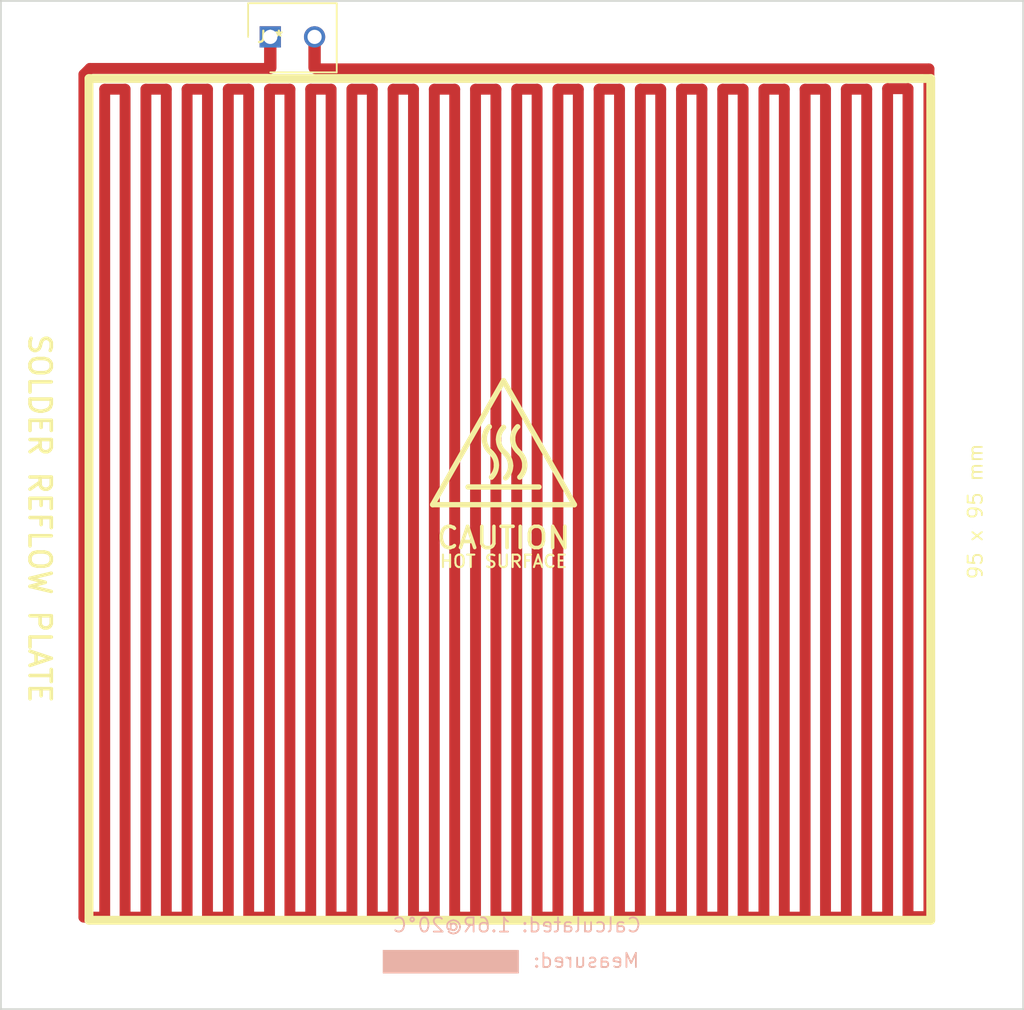
<source format=kicad_pcb>
(kicad_pcb (version 20221018) (generator pcbnew)
  (layers (0 "F.Cu" signal) (31 "B.Cu" signal) (34 "B.Paste" user) (35 "F.Paste" user) (36 "B.SilkS" user "B.Silkscreen") (37 "F.SilkS" user "F.Silkscreen") (38 "B.Mask" user) (39 "F.Mask" user) (44 "Edge.Cuts" user))
  (net 0 "")
  (net 1 "heater")
  (footprint "AutoGenerated:MountingHole_3.20mm" (layer "F.Cu") (at 178.0992 89.9332)
    (fp_text reference "" (at 0 0) (layer "F.SilkS") (effects (font (size 1.27 1.27))))
    (fp_text value "" (at 0 0) (layer "F.SilkS") (effects (font (size 1.27 1.27))))
    (pad "" np_thru_hole circle (at 25.5 52) (size 3.2 3.2) (drill 3.2) (layers "F&B.Cu" "*.Mask"))
  )
  (footprint "AutoGenerated:MountingHole_3.20mm" (layer "F.Cu") (at 98.0992 37.6812)
    (fp_text reference "" (at 0 0) (layer "F.SilkS") (effects (font (size 1.27 1.27))))
    (fp_text value "" (at 0 0) (layer "F.SilkS") (effects (font (size 1.27 1.27))))
    (pad "" np_thru_hole circle (at 0 0) (size 3.2 3.2) (drill 3.2) (layers "*.Cu" "*.Mask"))
  )
  (footprint "AutoGenerated:MountingHole_3.20mm" (layer "F.Cu") (at 178.0992 37.6812)
    (fp_text reference "" (at 0 0) (layer "F.SilkS") (effects (font (size 1.27 1.27))))
    (fp_text value "" (at 0 0) (layer "F.SilkS") (effects (font (size 1.27 1.27))))
    (pad "" np_thru_hole circle (at 25.5 0) (size 3.2 3.2) (drill 3.2) (layers "F&B.Cu" "*.Mask"))
  )
  (footprint "library_manager:SHDR2W100P0X500_1X2_1000X780X1030P" (layer "F.Cu") (at 124.225 37.5542)
    (fp_text reference "J**" (at 0 0) (layer "F.SilkS") (effects (font (size 1.27 1.27) (thickness 0.254))))
    (fp_text value "SHDR2W100P0X500_1X2_1000X780X1030P" hide)
    (fp_line (start -2.5 -3.8) (end -2.5 0) (stroke (width 0.2)) (layer "F.SilkS"))
    (fp_line (start 0 4) (end 7.5 4) (stroke (width 0.2)) (layer "F.SilkS"))
    (fp_line (start 7.5 -3.8) (end -2.5 -3.8) (stroke (width 0.2)) (layer "F.SilkS"))
    (fp_line (start 7.5 4) (end 7.5 -3.8) (stroke (width 0.2)) (layer "F.SilkS"))
    (pad "1" thru_hole rect (at 0 0) (size 2.4 2.4) (drill 1.6) (layers "*.Cu" "*.Mask") (net 1 "heater"))
    (pad "2" thru_hole circle (at 5 0) (size 2.4 2.4) (drill 1.6) (layers "*.Cu" "*.Mask") (net 1 "heater"))
  )
  (footprint "AutoGenerated:MountingHole_3.20mm" (layer "F.Cu") (at 98.0992 89.9332)
    (fp_text reference "" (at 0 0) (layer "F.SilkS") (effects (font (size 1.27 1.27))))
    (fp_text value "" (at 0 0) (layer "F.SilkS") (effects (font (size 1.27 1.27))))
    (pad "" np_thru_hole circle (at 0 52) (size 3.2 3.2) (drill 3.2) (layers "F&B.Cu" "*.Mask"))
  )
  (gr_rect (start 136.98 140.66) (end 152.22 143.2) (stroke (width 0.12)) (fill solid) (layer "B.SilkS"))
  (gr_line (start 198.7644 137.2518) (end 198.7644 42.2518) (stroke (width 1)) (layer "F.SilkS"))
  (gr_arc (start 148.95 84.281) (mid 148.531618 83.65435) (end 148.384891 82.915293) (stroke (width 0.6)) (layer "F.SilkS"))
  (gr_line (start 146.55 88.35) (end 154.55 88.35) (stroke (width 0.6)) (layer "F.SilkS"))
  (gr_line (start 142.55 90.35) (end 150.55 76.35) (stroke (width 0.6)) (layer "F.SilkS"))
  (gr_arc (start 150.55 84.35) (mid 150.131235 83.723274) (end 149.984184 82.984) (stroke (width 0.6)) (layer "F.SilkS"))
  (gr_arc (start 152.95 85.881) (mid 152.803011 86.619962) (end 152.384423 87.246423) (stroke (width 0.6)) (layer "F.SilkS"))
  (gr_arc (start 149.75 85.881) (mid 149.603011 86.619962) (end 149.184423 87.246423) (stroke (width 0.6)) (layer "F.SilkS"))
  (gr_arc (start 152.15 84.281) (mid 151.731618 83.65435) (end 151.584891 82.915293) (stroke (width 0.6)) (layer "F.SilkS"))
  (gr_line (start 152.15 84.281) (end 152.384 84.516) (stroke (width 0.6)) (layer "F.SilkS"))
  (gr_line (start 150.55 76.35) (end 158.55 90.35) (stroke (width 0.6)) (layer "F.SilkS"))
  (gr_arc (start 150.784 84.584) (mid 151.202841 85.210344) (end 151.350109 85.949293) (stroke (width 0.6)) (layer "F.SilkS"))
  (gr_arc (start 152.384 84.516) (mid 152.802458 85.142267) (end 152.949402 85.881) (stroke (width 0.6)) (layer "F.SilkS"))
  (gr_line (start 150.55 84.35) (end 150.784 84.584) (stroke (width 0.6)) (layer "F.SilkS"))
  (gr_arc (start 151.35 85.95) (mid 151.203011 86.688962) (end 150.784423 87.315423) (stroke (width 0.6)) (layer "F.SilkS"))
  (gr_line (start 198.7644 137.2518) (end 103.7644 137.2518) (stroke (width 1)) (layer "F.SilkS"))
  (gr_arc (start 148.384 82.916) (mid 148.531065 82.176656) (end 148.94987 81.54987) (stroke (width 0.6)) (layer "F.SilkS"))
  (gr_arc (start 149.184 84.516) (mid 149.602458 85.142267) (end 149.749402 85.881) (stroke (width 0.6)) (layer "F.SilkS"))
  (gr_line (start 103.7644 42.2518) (end 198.7644 42.2518) (stroke (width 1)) (layer "F.SilkS"))
  (gr_arc (start 151.584 82.916) (mid 151.731065 82.176656) (end 152.14987 81.54987) (stroke (width 0.6)) (layer "F.SilkS"))
  (gr_arc (start 149.984 82.984) (mid 150.131065 82.244656) (end 150.54987 81.61787) (stroke (width 0.6)) (layer "F.SilkS"))
  (gr_line (start 148.95 84.281) (end 149.184 84.516) (stroke (width 0.6)) (layer "F.SilkS"))
  (gr_line (start 103.7644 42.2518) (end 103.7644 137.2518) (stroke (width 1)) (layer "F.SilkS"))
  (gr_line (start 142.55 90.35) (end 158.55 90.35) (stroke (width 0.6)) (layer "F.SilkS"))
  (gr_rect (start 93.8212 33.4902) (end 209.2012 147.2872) (stroke (width 0.2)) (fill none) (layer "Edge.Cuts"))
  (gr_text "Calculated: 1.6R@20°C" (at 166.2 137.8) (layer "B.SilkS") (effects (font (size 1.6 1.6) (thickness 0.2)) (justify left mirror)))
  (gr_text "Measured:" (at 166 141.8) (layer "B.SilkS") (effects (font (size 1.6 1.6) (thickness 0.2)) (justify left mirror)))
  (gr_text "CAUTION" (at 150.55 94.1) (layer "F.SilkS") (effects (font (size 2.4 2.4) (thickness 0.4))))
  (gr_text "HOT SURFACE" (at 150.55 96.75) (layer "F.SilkS") (effects (font (size 1.4 1.4) (thickness 0.24))))
  (gr_text "95 x 95 mm" (at 203.8012 98.9 90) (layer "F.SilkS") (effects (font (size 1.6 1.6) (thickness 0.2)) (justify left)))
  (gr_text "SOLDER REFLOW PLATE" (at 98.2 70.85 -90) (layer "F.SilkS") (effects (font (size 2.4 2.4) (thickness 0.4)) (justify left)))
  (segment (start 117.139 136.9) (end 117.139 43.461) (width 1.23) (layer "F.Cu") (net 1))
  (segment (start 126.439 43.461) (end 124.139 43.461) (width 1.23) (layer "F.Cu") (net 1))
  (segment (start 145.039 136.9) (end 145.039 43.461) (width 1.23) (layer "F.Cu") (net 1))
  (segment (start 191.539 43.461) (end 189.239 43.461) (width 1.23) (layer "F.Cu") (net 1))
  (segment (start 196.2 43.4) (end 193.9 43.4) (width 1.23) (layer "F.Cu") (net 1))
  (segment (start 156.7 136.9) (end 154.339 136.9) (width 1.23) (layer "F.Cu") (net 1))
  (segment (start 105.55 136.9) (end 103.189 136.9) (width 1.23) (layer "F.Cu") (net 1))
  (segment (start 182.239 43.461) (end 179.939 43.461) (width 1.23) (layer "F.Cu") (net 1))
  (segment (start 114.839 136.9) (end 114.839 43.461) (width 1.23) (layer "F.Cu") (net 1))
  (segment (start 112.489 136.9) (end 112.489 43.461) (width 1.23) (layer "F.Cu") (net 1))
  (segment (start 128.8 136.9) (end 126.439 136.9) (width 1.23) (layer "F.Cu") (net 1))
  (segment (start 163.639 43.461) (end 161.339 43.461) (width 1.23) (layer "F.Cu") (net 1))
  (segment (start 152.039 136.9) (end 152.039 43.461) (width 1.23) (layer "F.Cu") (net 1))
  (segment (start 147.389 136.9) (end 147.389 43.461) (width 1.23) (layer "F.Cu") (net 1))
  (segment (start 165.989 136.9) (end 165.989 43.461) (width 1.23) (layer "F.Cu") (net 1))
  (segment (start 161.35 136.9) (end 158.989 136.9) (width 1.23) (layer "F.Cu") (net 1))
  (segment (start 163.639 136.9) (end 163.639 43.461) (width 1.23) (layer "F.Cu") (net 1))
  (segment (start 138.1 136.9) (end 135.739 136.9) (width 1.23) (layer "F.Cu") (net 1))
  (segment (start 175.3 136.9) (end 172.939 136.9) (width 1.23) (layer "F.Cu") (net 1))
  (segment (start 184.6 136.9) (end 182.239 136.9) (width 1.23) (layer "F.Cu") (net 1))
  (segment (start 107.839 136.9) (end 107.839 43.461) (width 1.23) (layer "F.Cu") (net 1))
  (segment (start 145.039 43.461) (end 142.739 43.461) (width 1.23) (layer "F.Cu") (net 1))
  (segment (start 168.289 43.461) (end 165.989 43.461) (width 1.23) (layer "F.Cu") (net 1))
  (segment (start 103.8796 41.1102) (end 124.1488 41.1102) (width 1.23) (layer "F.Cu") (net 1))
  (segment (start 172.939 136.9) (end 172.939 43.461) (width 1.23) (layer "F.Cu") (net 1))
  (segment (start 196.2 136.839) (end 196.2 43.4) (width 1.23) (layer "F.Cu") (net 1))
  (segment (start 135.739 43.461) (end 133.439 43.461) (width 1.23) (layer "F.Cu") (net 1))
  (segment (start 133.45 136.9) (end 131.089 136.9) (width 1.23) (layer "F.Cu") (net 1))
  (segment (start 193.9 136.839) (end 193.9 43.4) (width 1.23) (layer "F.Cu") (net 1))
  (segment (start 179.95 136.9) (end 177.589 136.9) (width 1.23) (layer "F.Cu") (net 1))
  (segment (start 140.389 136.9) (end 140.389 43.461) (width 1.23) (layer "F.Cu") (net 1))
  (segment (start 119.489 136.9) (end 119.489 43.461) (width 1.23) (layer "F.Cu") (net 1))
  (segment (start 103.189 41.8008) (end 103.8796 41.1102) (width 1.23) (layer "F.Cu") (net 1))
  (segment (start 156.689 136.9) (end 156.689 43.461) (width 1.23) (layer "F.Cu") (net 1))
  (segment (start 114.85 136.9) (end 112.489 136.9) (width 1.23) (layer "F.Cu") (net 1))
  (segment (start 154.339 43.461) (end 152.039 43.461) (width 1.23) (layer "F.Cu") (net 1))
  (segment (start 142.739 136.9) (end 142.739 43.461) (width 1.23) (layer "F.Cu") (net 1))
  (segment (start 166 136.9) (end 163.639 136.9) (width 1.23) (layer "F.Cu") (net 1))
  (segment (start 154.339 136.9) (end 154.339 43.461) (width 1.23) (layer "F.Cu") (net 1))
  (segment (start 170.639 136.9) (end 170.639 43.461) (width 1.23) (layer "F.Cu") (net 1))
  (segment (start 158.989 136.9) (end 158.989 43.461) (width 1.23) (layer "F.Cu") (net 1))
  (segment (start 131.089 136.9) (end 131.089 43.461) (width 1.23) (layer "F.Cu") (net 1))
  (segment (start 112.489 43.461) (end 110.189 43.461) (width 1.23) (layer "F.Cu") (net 1))
  (segment (start 124.225 41.034) (end 124.225 37.5542) (width 1.4) (layer "F.Cu") (net 1))
  (segment (start 198.561 41.161) (end 198.561 136.839) (width 1.23) (layer "F.Cu") (net 1))
  (segment (start 110.2 136.9) (end 107.839 136.9) (width 1.23) (layer "F.Cu") (net 1))
  (segment (start 129.3812 41.161) (end 129.225 41.0048) (width 1.23) (layer "F.Cu") (net 1))
  (segment (start 161.339 136.9) (end 161.339 43.461) (width 1.23) (layer "F.Cu") (net 1))
  (segment (start 175.289 136.9) (end 175.289 43.461) (width 1.23) (layer "F.Cu") (net 1))
  (segment (start 138.089 136.9) (end 138.089 43.461) (width 1.23) (layer "F.Cu") (net 1))
  (segment (start 172.939 43.461) (end 170.639 43.461) (width 1.23) (layer "F.Cu") (net 1))
  (segment (start 117.139 43.461) (end 114.839 43.461) (width 1.23) (layer "F.Cu") (net 1))
  (segment (start 135.739 136.9) (end 135.739 43.461) (width 1.23) (layer "F.Cu") (net 1))
  (segment (start 142.75 136.9) (end 140.389 136.9) (width 1.23) (layer "F.Cu") (net 1))
  (segment (start 168.289 136.9) (end 168.289 43.461) (width 1.23) (layer "F.Cu") (net 1))
  (segment (start 128.789 136.9) (end 128.789 43.461) (width 1.23) (layer "F.Cu") (net 1))
  (segment (start 152.05 136.9) (end 149.689 136.9) (width 1.23) (layer "F.Cu") (net 1))
  (segment (start 121.789 136.9) (end 121.789 43.461) (width 1.23) (layer "F.Cu") (net 1))
  (segment (start 170.65 136.9) (end 168.289 136.9) (width 1.23) (layer "F.Cu") (net 1))
  (segment (start 110.189 136.9) (end 110.189 43.461) (width 1.23) (layer "F.Cu") (net 1))
  (segment (start 147.4 136.9) (end 145.039 136.9) (width 1.23) (layer "F.Cu") (net 1))
  (segment (start 140.389 43.461) (end 138.089 43.461) (width 1.23) (layer "F.Cu") (net 1))
  (segment (start 189.25 136.9) (end 186.889 136.9) (width 1.23) (layer "F.Cu") (net 1))
  (segment (start 177.589 136.9) (end 177.589 43.461) (width 1.23) (layer "F.Cu") (net 1))
  (segment (start 124.139 136.9) (end 124.139 43.461) (width 1.23) (layer "F.Cu") (net 1))
  (segment (start 193.9 136.9) (end 191.539 136.9) (width 1.23) (layer "F.Cu") (net 1))
  (segment (start 131.089 43.461) (end 128.789 43.461) (width 1.23) (layer "F.Cu") (net 1))
  (segment (start 186.889 43.461) (end 184.589 43.461) (width 1.23) (layer "F.Cu") (net 1))
  (segment (start 184.589 136.9) (end 184.589 43.461) (width 1.23) (layer "F.Cu") (net 1))
  (segment (start 129.225 41.0048) (end 129.225 37.5542) (width 1.4) (layer "F.Cu") (net 1))
  (segment (start 133.439 136.9) (end 133.439 43.461) (width 1.23) (layer "F.Cu") (net 1))
  (segment (start 126.439 136.9) (end 126.439 43.461) (width 1.23) (layer "F.Cu") (net 1))
  (segment (start 149.689 43.461) (end 147.389 43.461) (width 1.23) (layer "F.Cu") (net 1))
  (segment (start 186.889 136.9) (end 186.889 43.461) (width 1.23) (layer "F.Cu") (net 1))
  (segment (start 182.239 136.9) (end 182.239 43.461) (width 1.23) (layer "F.Cu") (net 1))
  (segment (start 177.589 43.461) (end 175.289 43.461) (width 1.23) (layer "F.Cu") (net 1))
  (segment (start 124.15 136.9) (end 121.789 136.9) (width 1.23) (layer "F.Cu") (net 1))
  (segment (start 179.939 136.9) (end 179.939 43.461) (width 1.23) (layer "F.Cu") (net 1))
  (segment (start 158.989 43.461) (end 156.689 43.461) (width 1.23) (layer "F.Cu") (net 1))
  (segment (start 189.239 136.9) (end 189.239 43.461) (width 1.23) (layer "F.Cu") (net 1))
  (segment (start 129.3812 41.161) (end 198.561 41.161) (width 1.23) (layer "F.Cu") (net 1))
  (segment (start 191.539 136.9) (end 191.539 43.461) (width 1.23) (layer "F.Cu") (net 1))
  (segment (start 105.539 136.9) (end 105.539 43.461) (width 1.23) (layer "F.Cu") (net 1))
  (segment (start 198.561 136.839) (end 196.2 136.839) (width 1.23) (layer "F.Cu") (net 1))
  (segment (start 121.789 43.461) (end 119.489 43.461) (width 1.23) (layer "F.Cu") (net 1))
  (segment (start 149.689 136.9) (end 149.689 43.461) (width 1.23) (layer "F.Cu") (net 1))
  (segment (start 119.5 136.9) (end 117.139 136.9) (width 1.23) (layer "F.Cu") (net 1))
  (segment (start 103.189 136.9) (end 103.189 41.8008) (width 1.23) (layer "F.Cu") (net 1))
  (segment (start 107.839 43.461) (end 105.539 43.461) (width 1.23) (layer "F.Cu") (net 1))
  (segment (start 124.1488 41.1102) (end 124.2504 41.0086) (width 1.23) (layer "F.Cu") (net 1))
)
</source>
